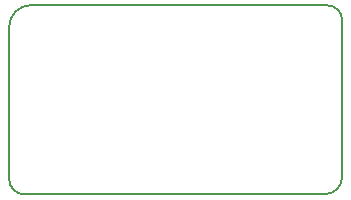
<source format=gm1>
G04 #@! TF.FileFunction,Profile,NP*
%FSLAX46Y46*%
G04 Gerber Fmt 4.6, Leading zero omitted, Abs format (unit mm)*
G04 Created by KiCad (PCBNEW 4.0.7-e2-6376~58~ubuntu16.04.1) date Mon May 21 14:16:18 2018*
%MOMM*%
%LPD*%
G01*
G04 APERTURE LIST*
%ADD10C,0.100000*%
%ADD11C,0.150000*%
G04 APERTURE END LIST*
D10*
D11*
X117856000Y-109982000D02*
X117856000Y-97028000D01*
X144526000Y-111252000D02*
X119126000Y-111252000D01*
X146050000Y-96520000D02*
X146050000Y-109728000D01*
X119634000Y-95250000D02*
X144780000Y-95250000D01*
X144526000Y-111252000D02*
G75*
G03X146050000Y-109728000I0J1524000D01*
G01*
X117856000Y-109982000D02*
G75*
G03X119126000Y-111252000I1270000J0D01*
G01*
X119634000Y-95250000D02*
G75*
G03X117856000Y-97028000I0J-1778000D01*
G01*
X146050000Y-96520000D02*
G75*
G03X144780000Y-95250000I-1270000J0D01*
G01*
M02*

</source>
